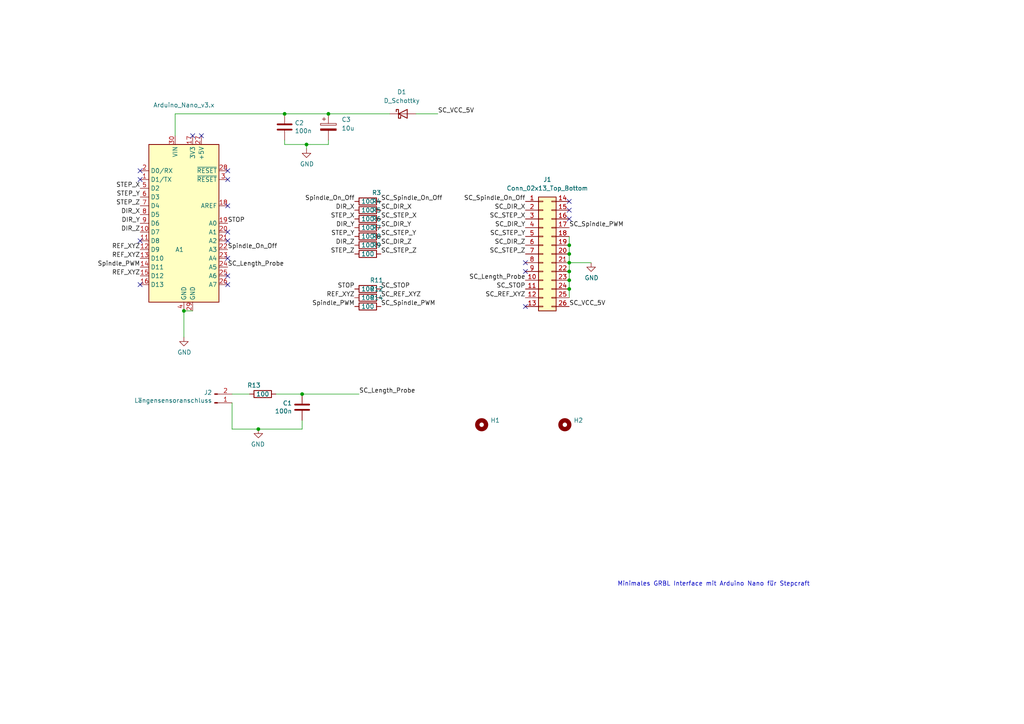
<source format=kicad_sch>
(kicad_sch (version 20230121) (generator eeschema)
  (paper "A4")
  (lib_symbols
    (symbol "Connector:Conn_01x02_Male" (pin_names (offset 1.016) hide)
      (property "Reference" "J" (at 0 2.54 0))
      (property "Value" "Conn_01x02_Male" (at 0 -5.08 0))
      (symbol "Conn_01x02_Male_1_1"
        (polyline (pts (xy 1.27 -2.54) (xy 0.8636 -2.54)) (stroke (width 0.1524)))
        (polyline (pts (xy 1.27 0) (xy 0.8636 0)) (stroke (width 0.1524)))
        (rectangle (start 0.8636 -2.413) (end 0 -2.667) (stroke (width 0.1524)) (fill (type outline)))
        (rectangle (start 0.8636 0.127) (end 0 -0.127) (stroke (width 0.1524)) (fill (type outline)))
        (pin passive line (at 5.08 0 180) (length 3.81) (name "Pin_1") (number "1"))
        (pin passive line (at 5.08 -2.54 180) (length 3.81) (name "Pin_2") (number "2"))
      )
    )
    (symbol "Connector_Generic:Conn_02x13_Top_Bottom" (pin_names (offset 1.016) hide)
      (property "Reference" "J" (at 1.27 17.78 0))
      (property "Value" "Conn_02x13_Top_Bottom" (at 1.27 -17.78 0))
      (symbol "Conn_02x13_Top_Bottom_1_1"
        (rectangle (start -1.27 -15.113) (end 0 -15.367) (stroke (width 0.1524)))
        (rectangle (start -1.27 -12.573) (end 0 -12.827) (stroke (width 0.1524)))
        (rectangle (start -1.27 -10.033) (end 0 -10.287) (stroke (width 0.1524)))
        (rectangle (start -1.27 -7.493) (end 0 -7.747) (stroke (width 0.1524)))
        (rectangle (start -1.27 -4.953) (end 0 -5.207) (stroke (width 0.1524)))
        (rectangle (start -1.27 -2.413) (end 0 -2.667) (stroke (width 0.1524)))
        (rectangle (start -1.27 0.127) (end 0 -0.127) (stroke (width 0.1524)))
        (rectangle (start -1.27 2.667) (end 0 2.413) (stroke (width 0.1524)))
        (rectangle (start -1.27 5.207) (end 0 4.953) (stroke (width 0.1524)))
        (rectangle (start -1.27 7.747) (end 0 7.493) (stroke (width 0.1524)))
        (rectangle (start -1.27 10.287) (end 0 10.033) (stroke (width 0.1524)))
        (rectangle (start -1.27 12.827) (end 0 12.573) (stroke (width 0.1524)))
        (rectangle (start -1.27 15.367) (end 0 15.113) (stroke (width 0.1524)))
        (rectangle (start -1.27 16.51) (end 3.81 -16.51) (stroke (width 0.254)) (fill (type background)))
        (rectangle (start 3.81 -15.113) (end 2.54 -15.367) (stroke (width 0.1524)))
        (rectangle (start 3.81 -12.573) (end 2.54 -12.827) (stroke (width 0.1524)))
        (rectangle (start 3.81 -10.033) (end 2.54 -10.287) (stroke (width 0.1524)))
        (rectangle (start 3.81 -7.493) (end 2.54 -7.747) (stroke (width 0.1524)))
        (rectangle (start 3.81 -4.953) (end 2.54 -5.207) (stroke (width 0.1524)))
        (rectangle (start 3.81 -2.413) (end 2.54 -2.667) (stroke (width 0.1524)))
        (rectangle (start 3.81 0.127) (end 2.54 -0.127) (stroke (width 0.1524)))
        (rectangle (start 3.81 2.667) (end 2.54 2.413) (stroke (width 0.1524)))
        (rectangle (start 3.81 5.207) (end 2.54 4.953) (stroke (width 0.1524)))
        (rectangle (start 3.81 7.747) (end 2.54 7.493) (stroke (width 0.1524)))
        (rectangle (start 3.81 10.287) (end 2.54 10.033) (stroke (width 0.1524)))
        (rectangle (start 3.81 12.827) (end 2.54 12.573) (stroke (width 0.1524)))
        (rectangle (start 3.81 15.367) (end 2.54 15.113) (stroke (width 0.1524)))
        (pin passive line (at -5.08 15.24 0) (length 3.81) (name "Pin_1") (number "1"))
        (pin passive line (at -5.08 -7.62 0) (length 3.81) (name "Pin_10") (number "10"))
        (pin passive line (at -5.08 -10.16 0) (length 3.81) (name "Pin_11") (number "11"))
        (pin passive line (at -5.08 -12.7 0) (length 3.81) (name "Pin_12") (number "12"))
        (pin passive line (at -5.08 -15.24 0) (length 3.81) (name "Pin_13") (number "13"))
        (pin passive line (at 7.62 15.24 180) (length 3.81) (name "Pin_14") (number "14"))
        (pin passive line (at 7.62 12.7 180) (length 3.81) (name "Pin_15") (number "15"))
        (pin passive line (at 7.62 10.16 180) (length 3.81) (name "Pin_16") (number "16"))
        (pin passive line (at 7.62 7.62 180) (length 3.81) (name "Pin_17") (number "17"))
        (pin passive line (at 7.62 5.08 180) (length 3.81) (name "Pin_18") (number "18"))
        (pin passive line (at 7.62 2.54 180) (length 3.81) (name "Pin_19") (number "19"))
        (pin passive line (at -5.08 12.7 0) (length 3.81) (name "Pin_2") (number "2"))
        (pin passive line (at 7.62 0 180) (length 3.81) (name "Pin_20") (number "20"))
        (pin passive line (at 7.62 -2.54 180) (length 3.81) (name "Pin_21") (number "21"))
        (pin passive line (at 7.62 -5.08 180) (length 3.81) (name "Pin_22") (number "22"))
        (pin passive line (at 7.62 -7.62 180) (length 3.81) (name "Pin_23") (number "23"))
        (pin passive line (at 7.62 -10.16 180) (length 3.81) (name "Pin_24") (number "24"))
        (pin passive line (at 7.62 -12.7 180) (length 3.81) (name "Pin_25") (number "25"))
        (pin passive line (at 7.62 -15.24 180) (length 3.81) (name "Pin_26") (number "26"))
        (pin passive line (at -5.08 10.16 0) (length 3.81) (name "Pin_3") (number "3"))
        (pin passive line (at -5.08 7.62 0) (length 3.81) (name "Pin_4") (number "4"))
        (pin passive line (at -5.08 5.08 0) (length 3.81) (name "Pin_5") (number "5"))
        (pin passive line (at -5.08 2.54 0) (length 3.81) (name "Pin_6") (number "6"))
        (pin passive line (at -5.08 0 0) (length 3.81) (name "Pin_7") (number "7"))
        (pin passive line (at -5.08 -2.54 0) (length 3.81) (name "Pin_8") (number "8"))
        (pin passive line (at -5.08 -5.08 0) (length 3.81) (name "Pin_9") (number "9"))
      )
    )
    (symbol "Device:C" (pin_numbers hide) (pin_names (offset 0.254))
      (property "Reference" "C" (at 0.635 2.54 0))
      (property "Value" "C" (at 0.635 -2.54 0))
      (symbol "C_0_1"
        (polyline (pts (xy -2.032 -0.762) (xy 2.032 -0.762)) (stroke (width 0.508)))
        (polyline (pts (xy -2.032 0.762) (xy 2.032 0.762)) (stroke (width 0.508)))
      )
      (symbol "C_1_1"
        (pin passive line (at 0 3.81 270) (length 2.794) (name "~") (number "1"))
        (pin passive line (at 0 -3.81 90) (length 2.794) (name "~") (number "2"))
      )
    )
    (symbol "Device:C_Polarized" (pin_numbers hide) (pin_names (offset 0.254))
      (property "Reference" "C" (at 0.635 2.54 0))
      (property "Value" "C_Polarized" (at 0.635 -2.54 0))
      (symbol "C_Polarized_0_1"
        (rectangle (start -2.286 0.508) (end 2.286 1.016))
        (polyline (pts (xy -1.778 2.286) (xy -0.762 2.286)))
        (polyline (pts (xy -1.27 2.794) (xy -1.27 1.778)))
        (rectangle (start 2.286 -0.508) (end -2.286 -1.016) (fill (type outline)))
      )
      (symbol "C_Polarized_1_1"
        (pin passive line (at 0 3.81 270) (length 2.794) (name "~") (number "1"))
        (pin passive line (at 0 -3.81 90) (length 2.794) (name "~") (number "2"))
      )
    )
    (symbol "Device:D_Schottky" (pin_numbers hide) (pin_names (offset 1.016) hide)
      (property "Reference" "D" (at 0 2.54 0))
      (property "Value" "D_Schottky" (at 0 -2.54 0))
      (symbol "D_Schottky_0_1"
        (polyline (pts (xy 1.27 0) (xy -1.27 0)))
        (polyline (pts (xy 1.27 1.27) (xy 1.27 -1.27) (xy -1.27 0) (xy 1.27 1.27)) (stroke (width 0.254)))
        (polyline (pts (xy -1.905 0.635) (xy -1.905 1.27) (xy -1.27 1.27) (xy -1.27 -1.27) (xy -0.635 -1.27) (xy -0.635 -0.635)) (stroke (width 0.254)))
      )
      (symbol "D_Schottky_1_1"
        (pin passive line (at -3.81 0 0) (length 2.54) (name "K") (number "1"))
        (pin passive line (at 3.81 0 180) (length 2.54) (name "A") (number "2"))
      )
    )
    (symbol "Device:R" (pin_numbers hide) (pin_names (offset 0))
      (property "Reference" "R" (at 2.032 0 90))
      (property "Value" "R" (at 0 0 90))
      (symbol "R_0_1"
        (rectangle (start -1.016 -2.54) (end 1.016 2.54) (stroke (width 0.254)))
      )
      (symbol "R_1_1"
        (pin passive line (at 0 3.81 270) (length 1.27) (name "~") (number "1"))
        (pin passive line (at 0 -3.81 90) (length 1.27) (name "~") (number "2"))
      )
    )
    (symbol "MCU_Module:Arduino_Nano_v3.x"
      (property "Reference" "A" (at -10.16 23.495 0))
      (property "Value" "Arduino_Nano_v3.x" (at 5.08 -24.13 0))
      (symbol "Arduino_Nano_v3.x_0_1"
        (rectangle (start -10.16 22.86) (end 10.16 -22.86) (stroke (width 0.254)) (fill (type background)))
      )
      (symbol "Arduino_Nano_v3.x_1_1"
        (pin bidirectional line (at -12.7 12.7 0) (length 2.54) (name "D1/TX") (number "1"))
        (pin bidirectional line (at -12.7 -2.54 0) (length 2.54) (name "D7") (number "10"))
        (pin bidirectional line (at -12.7 -5.08 0) (length 2.54) (name "D8") (number "11"))
        (pin bidirectional line (at -12.7 -7.62 0) (length 2.54) (name "D9") (number "12"))
        (pin bidirectional line (at -12.7 -10.16 0) (length 2.54) (name "D10") (number "13"))
        (pin bidirectional line (at -12.7 -12.7 0) (length 2.54) (name "D11") (number "14"))
        (pin bidirectional line (at -12.7 -15.24 0) (length 2.54) (name "D12") (number "15"))
        (pin bidirectional line (at -12.7 -17.78 0) (length 2.54) (name "D13") (number "16"))
        (pin power_out line (at 2.54 25.4 270) (length 2.54) (name "3V3") (number "17"))
        (pin input line (at 12.7 5.08 180) (length 2.54) (name "AREF") (number "18"))
        (pin bidirectional line (at 12.7 0 180) (length 2.54) (name "A0") (number "19"))
        (pin bidirectional line (at -12.7 15.24 0) (length 2.54) (name "D0/RX") (number "2"))
        (pin bidirectional line (at 12.7 -2.54 180) (length 2.54) (name "A1") (number "20"))
        (pin bidirectional line (at 12.7 -5.08 180) (length 2.54) (name "A2") (number "21"))
        (pin bidirectional line (at 12.7 -7.62 180) (length 2.54) (name "A3") (number "22"))
        (pin bidirectional line (at 12.7 -10.16 180) (length 2.54) (name "A4") (number "23"))
        (pin bidirectional line (at 12.7 -12.7 180) (length 2.54) (name "A5") (number "24"))
        (pin bidirectional line (at 12.7 -15.24 180) (length 2.54) (name "A6") (number "25"))
        (pin bidirectional line (at 12.7 -17.78 180) (length 2.54) (name "A7") (number "26"))
        (pin power_out line (at 5.08 25.4 270) (length 2.54) (name "+5V") (number "27"))
        (pin input line (at 12.7 15.24 180) (length 2.54) (name "~{RESET}") (number "28"))
        (pin power_in line (at 2.54 -25.4 90) (length 2.54) (name "GND") (number "29"))
        (pin input line (at 12.7 12.7 180) (length 2.54) (name "~{RESET}") (number "3"))
        (pin power_in line (at -2.54 25.4 270) (length 2.54) (name "VIN") (number "30"))
        (pin power_in line (at 0 -25.4 90) (length 2.54) (name "GND") (number "4"))
        (pin bidirectional line (at -12.7 10.16 0) (length 2.54) (name "D2") (number "5"))
        (pin bidirectional line (at -12.7 7.62 0) (length 2.54) (name "D3") (number "6"))
        (pin bidirectional line (at -12.7 5.08 0) (length 2.54) (name "D4") (number "7"))
        (pin bidirectional line (at -12.7 2.54 0) (length 2.54) (name "D5") (number "8"))
        (pin bidirectional line (at -12.7 0 0) (length 2.54) (name "D6") (number "9"))
      )
    )
    (symbol "Mechanical:MountingHole" (pin_names (offset 1.016))
      (property "Reference" "H" (at 0 5.08 0))
      (property "Value" "MountingHole" (at 0 3.175 0))
      (symbol "MountingHole_0_1"
        (circle (center 0 0) (radius 1.27) (stroke (width 1.27)))
      )
    )
    (symbol "power:GND" (power) (pin_names (offset 0))
      (property "Value" "GND" (at 0 -3.81 0))
      (symbol "GND_0_1"
        (polyline (pts (xy 0 0) (xy 0 -1.27) (xy 1.27 -1.27) (xy 0 -2.54) (xy -1.27 -1.27) (xy 0 -1.27)))
      )
      (symbol "GND_1_1"
        (pin power_in line (at 0 0 270) (length 0) hide (name "GND") (number "1"))
      )
    )
  )
  (junction (at 165.1 83.82))
  (junction (at 165.1 78.74))
  (junction (at 82.55 33.02))
  (junction (at 165.1 76.2))
  (junction (at 165.1 81.28))
  (junction (at 95.25 33.02))
  (junction (at 87.63 114.3))
  (junction (at 165.1 73.66))
  (junction (at 88.9 41.91))
  (junction (at 53.34 90.17))
  (junction (at 74.93 124.46))
  (junction (at 165.1 71.12))
  (no_connect (at 66.04 49.53))
  (no_connect (at 40.64 69.85))
  (no_connect (at 165.1 60.96))
  (no_connect (at 40.64 49.53))
  (no_connect (at 66.04 74.93))
  (no_connect (at 165.1 58.42))
  (no_connect (at 152.4 78.74))
  (no_connect (at 40.64 82.55))
  (no_connect (at 66.04 52.07))
  (no_connect (at 66.04 59.69))
  (no_connect (at 66.04 67.31))
  (no_connect (at 40.64 52.07))
  (no_connect (at 66.04 69.85))
  (no_connect (at 66.04 80.01))
  (no_connect (at 55.88 39.37))
  (no_connect (at 58.42 39.37))
  (no_connect (at 165.1 63.5))
  (no_connect (at 66.04 82.55))
  (no_connect (at 152.4 88.9))
  (no_connect (at 152.4 76.2))
  (wire (pts (xy 82.55 40.64) (xy 82.55 41.91)))
  (wire (pts (xy 165.1 73.66) (xy 165.1 76.2)))
  (wire (pts (xy 53.34 90.17) (xy 53.34 97.79)))
  (wire (pts (xy 82.55 33.02) (xy 95.25 33.02)))
  (wire (pts (xy 67.31 124.46) (xy 74.93 124.46)))
  (wire (pts (xy 88.9 41.91) (xy 88.9 43.18)))
  (wire (pts (xy 67.31 116.84) (xy 67.31 124.46)))
  (wire (pts (xy 165.1 81.28) (xy 165.1 83.82)))
  (wire (pts (xy 165.1 76.2) (xy 165.1 78.74)))
  (wire (pts (xy 165.1 78.74) (xy 165.1 81.28)))
  (wire (pts (xy 120.65 33.02) (xy 127 33.02)))
  (wire (pts (xy 95.25 41.91) (xy 88.9 41.91)))
  (wire (pts (xy 165.1 68.58) (xy 165.1 71.12)))
  (wire (pts (xy 82.55 41.91) (xy 88.9 41.91)))
  (wire (pts (xy 95.25 33.02) (xy 113.03 33.02)))
  (wire (pts (xy 87.63 114.3) (xy 80.01 114.3)))
  (wire (pts (xy 165.1 83.82) (xy 165.1 86.36)))
  (wire (pts (xy 171.45 76.2) (xy 165.1 76.2)))
  (wire (pts (xy 53.34 90.17) (xy 55.88 90.17)))
  (wire (pts (xy 104.14 114.3) (xy 87.63 114.3)))
  (wire (pts (xy 87.63 121.92) (xy 87.63 124.46)))
  (wire (pts (xy 87.63 124.46) (xy 74.93 124.46)))
  (wire (pts (xy 72.39 114.3) (xy 67.31 114.3)))
  (wire (pts (xy 165.1 71.12) (xy 165.1 73.66)))
  (wire (pts (xy 95.25 40.64) (xy 95.25 41.91)))
  (wire (pts (xy 50.8 33.02) (xy 50.8 39.37)))
  (wire (pts (xy 82.55 33.02) (xy 50.8 33.02)))
  (text "Minimales GRBL Interface mit Arduino Nano für Stepcraft" (at 179.07 170.18 0) (effects (font (size 1.27 1.27)) (justify left bottom)))
  (label "DIR_X" (at 40.64 62.23 180))
  (label "SC_Spindle_PWM" (at 165.1 66.04 0))
  (label "SC_DIR_Y" (at 110.49 66.04 0))
  (label "SC_STEP_Y" (at 152.4 68.58 180))
  (label "SC_STEP_Y" (at 110.49 68.58 0))
  (label "Spindle_On_Off" (at 102.87 58.42 180))
  (label "SC_DIR_Z" (at 110.49 71.12 0))
  (label "STEP_Y" (at 40.64 57.15 180))
  (label "STOP" (at 66.04 64.77 0))
  (label "SC_STEP_Z" (at 152.4 73.66 180))
  (label "Spindle_PWM" (at 102.87 88.9 180))
  (label "Spindle_PWM" (at 40.64 77.47 180))
  (label "STOP" (at 102.87 83.82 180))
  (label "STEP_Z" (at 102.87 73.66 180))
  (label "SC_VCC_5V" (at 165.1 88.9 0))
  (label "DIR_Y" (at 40.64 64.77 180))
  (label "SC_DIR_Z" (at 152.4 71.12 180))
  (label "SC_Length_Probe" (at 152.4 81.28 180))
  (label "SC_Spindle_On_Off" (at 152.4 58.42 180))
  (label "REF_XYZ" (at 40.64 74.93 180))
  (label "STEP_X" (at 102.87 63.5 180))
  (label "DIR_Z" (at 102.87 71.12 180))
  (label "SC_Spindle_PWM" (at 110.49 88.9 0))
  (label "SC_STOP" (at 152.4 83.82 180))
  (label "SC_DIR_X" (at 110.49 60.96 0))
  (label "DIR_Y" (at 102.87 66.04 180))
  (label "SC_REF_XYZ" (at 110.49 86.36 0))
  (label "SC_Length_Probe" (at 104.14 114.3 0))
  (label "SC_VCC_5V" (at 127 33.02 0))
  (label "STEP_Y" (at 102.87 68.58 180))
  (label "STEP_Z" (at 40.64 59.69 180))
  (label "DIR_X" (at 102.87 60.96 180))
  (label "REF_XYZ" (at 40.64 72.39 180))
  (label "SC_STOP" (at 110.49 83.82 0))
  (label "SC_STEP_X" (at 152.4 63.5 180))
  (label "STEP_X" (at 40.64 54.61 180))
  (label "REF_XYZ" (at 102.87 86.36 180))
  (label "DIR_Z" (at 40.64 67.31 180))
  (label "SC_Spindle_On_Off" (at 110.49 58.42 0))
  (label "REF_XYZ" (at 40.64 80.01 180))
  (label "SC_STEP_Z" (at 110.49 73.66 0))
  (label "SC_REF_XYZ" (at 152.4 86.36 180))
  (label "SC_DIR_X" (at 152.4 60.96 180))
  (label "Spindle_On_Off" (at 66.04 72.39 0))
  (label "SC_STEP_X" (at 110.49 63.5 0))
  (label "SC_Length_Probe" (at 66.04 77.47 0))
  (label "SC_DIR_Y" (at 152.4 66.04 180))
  (symbol (lib_id "MCU_Module:Arduino_Nano_v3.x") (at 53.34 64.77 0) (unit 1)
    (property "Reference" "A1" (at 52.07 72.39 0))
    (property "Value" "Arduino_Nano_v3.x" (at 53.34 30.48 0))
    (property "Footprint" "Module:Arduino_Nano" (effects hide))
    (property "Datasheet" "http://www.mouser.com/pdfdocs/Gravitech_Arduino_Nano3_0.pdf" (effects hide))
  )
  (symbol (lib_id "Connector:Conn_01x02_Male") (at 62.23 116.84 0) (mirror x) (unit 1)
    (property "Reference" "J2" (at 61.5188 113.8428 0) (effects (justify right)))
    (property "Value" "Längensensoranschluss" (at 61.5188 116.1542 0) (effects (justify right)))
    (property "Footprint" "Connector_Molex:Molex_SL_171971-0002_1x02_P2.54mm_Vertical" (effects hide))
  )
  (symbol (lib_id "Device:C") (at 87.63 118.11 0) (mirror y) (unit 1)
    (property "Reference" "C1" (at 84.709 116.9416 0) (effects (justify left)))
    (property "Value" "100n" (at 84.709 119.253 0) (effects (justify left)))
    (property "Footprint" "Capacitor_THT:C_Axial_L3.8mm_D2.6mm_P7.50mm_Horizontal" (effects hide))
  )
  (symbol (lib_id "Device:R") (at 106.68 58.42 270) (unit 1)
    (property "Reference" "R3" (at 109.22 55.88 90))
    (property "Value" "100" (at 106.68 58.42 90))
    (property "Footprint" "Resistor_THT:R_Axial_DIN0207_L6.3mm_D2.5mm_P10.16mm_Horizontal" (effects hide))
  )
  (symbol (lib_id "Device:R") (at 106.68 60.96 270) (unit 1)
    (property "Reference" "R4" (at 109.22 58.42 90))
    (property "Value" "100" (at 106.68 60.96 90))
    (property "Footprint" "Resistor_THT:R_Axial_DIN0207_L6.3mm_D2.5mm_P10.16mm_Horizontal" (effects hide))
  )
  (symbol (lib_id "Device:R") (at 106.68 63.5 270) (unit 1)
    (property "Reference" "R5" (at 109.22 60.96 90))
    (property "Value" "100" (at 106.68 63.5 90))
    (property "Footprint" "Resistor_THT:R_Axial_DIN0207_L6.3mm_D2.5mm_P10.16mm_Horizontal" (effects hide))
  )
  (symbol (lib_id "Device:R") (at 106.68 66.04 270) (unit 1)
    (property "Reference" "R6" (at 109.22 63.5 90))
    (property "Value" "100" (at 106.68 66.04 90))
    (property "Footprint" "Resistor_THT:R_Axial_DIN0207_L6.3mm_D2.5mm_P10.16mm_Horizontal" (effects hide))
  )
  (symbol (lib_id "Device:R") (at 106.68 68.58 270) (unit 1)
    (property "Reference" "R7" (at 109.22 66.04 90))
    (property "Value" "100" (at 106.68 68.58 90))
    (property "Footprint" "Resistor_THT:R_Axial_DIN0207_L6.3mm_D2.5mm_P10.16mm_Horizontal" (effects hide))
  )
  (symbol (lib_id "Device:R") (at 106.68 71.12 270) (unit 1)
    (property "Reference" "R8" (at 109.22 68.58 90))
    (property "Value" "100" (at 106.68 71.12 90))
    (property "Footprint" "Resistor_THT:R_Axial_DIN0207_L6.3mm_D2.5mm_P10.16mm_Horizontal" (effects hide))
  )
  (symbol (lib_id "Device:R") (at 106.68 73.66 270) (unit 1)
    (property "Reference" "R9" (at 109.22 71.12 90))
    (property "Value" "100" (at 106.68 73.66 90))
    (property "Footprint" "Resistor_THT:R_Axial_DIN0207_L6.3mm_D2.5mm_P10.16mm_Horizontal" (effects hide))
  )
  (symbol (lib_id "Device:R") (at 106.68 83.82 270) (unit 1)
    (property "Reference" "R11" (at 109.22 81.28 90))
    (property "Value" "100" (at 106.68 83.82 90))
    (property "Footprint" "Resistor_THT:R_Axial_DIN0207_L6.3mm_D2.5mm_P10.16mm_Horizontal" (effects hide))
  )
  (symbol (lib_id "Device:R") (at 106.68 86.36 270) (unit 1)
    (property "Reference" "R12" (at 109.22 83.82 90))
    (property "Value" "100" (at 106.68 86.36 90))
    (property "Footprint" "Resistor_THT:R_Axial_DIN0207_L6.3mm_D2.5mm_P10.16mm_Horizontal" (effects hide))
  )
  (symbol (lib_id "Device:R") (at 76.2 114.3 90) (mirror x) (unit 1)
    (property "Reference" "R13" (at 73.66 111.76 90))
    (property "Value" "100" (at 76.2 114.3 90))
    (property "Footprint" "Resistor_THT:R_Axial_DIN0207_L6.3mm_D2.5mm_P10.16mm_Horizontal" (effects hide))
  )
  (symbol (lib_id "power:GND") (at 74.93 124.46 0) (mirror y) (unit 1)
    (property "Reference" "#PWR0102" (effects hide))
    (property "Value" "GND" (at 74.803 128.8542 0))
  )
  (symbol (lib_id "power:GND") (at 53.34 97.79 0) (unit 1)
    (property "Reference" "#PWR0104" (effects hide))
    (property "Value" "GND" (at 53.467 102.1842 0))
  )
  (symbol (lib_id "power:GND") (at 171.45 76.2 0) (unit 1)
    (property "Reference" "#PWR0101" (effects hide))
    (property "Value" "GND" (at 171.577 80.5942 0))
  )
  (symbol (lib_id "Device:R") (at 106.68 88.9 270) (unit 1)
    (property "Reference" "R14" (at 109.22 86.36 90))
    (property "Value" "100" (at 106.68 88.9 90))
    (property "Footprint" "Resistor_THT:R_Axial_DIN0207_L6.3mm_D2.5mm_P10.16mm_Horizontal" (effects hide))
  )
  (symbol (lib_id "Mechanical:MountingHole") (at 139.7 123.19 0) (unit 1)
    (property "Reference" "H1" (at 142.24 121.9199 0) (effects (justify left)))
    (property "Value" "MountingHole" (effects hide))
    (property "Footprint" "MountingHole:MountingHole_3.2mm_M3" (effects hide))
  )
  (symbol (lib_id "Mechanical:MountingHole") (at 163.83 123.19 0) (unit 1)
    (property "Reference" "H2" (at 166.37 121.9199 0) (effects (justify left)))
    (property "Value" "MountingHole" (effects hide))
    (property "Footprint" "MountingHole:MountingHole_3.2mm_M3" (effects hide))
  )
  (symbol (lib_id "Device:C_Polarized") (at 95.25 36.83 0) (unit 1)
    (property "Reference" "C3" (at 99.06 34.6709 0) (effects (justify left)))
    (property "Value" "10u" (at 99.06 37.2109 0) (effects (justify left)))
    (property "Footprint" "Capacitor_THT:CP_Radial_D8.0mm_P2.50mm" (effects hide))
  )
  (symbol (lib_id "Connector_Generic:Conn_02x13_Top_Bottom") (at 157.48 73.66 0) (unit 1)
    (property "Reference" "J1" (at 158.75 52.07 0))
    (property "Value" "Conn_02x13_Top_Bottom" (at 158.75 54.61 0))
    (property "Footprint" "Connector_PinHeader_2.54mm:PinHeader_2x13_P2.54mm_Horizontal_top_bootom" (effects hide))
  )
  (symbol (lib_id "Device:D_Schottky") (at 116.84 33.02 0) (unit 1)
    (property "Reference" "D1" (at 116.5225 26.67 0))
    (property "Value" "D_Schottky" (at 116.5225 29.21 0))
    (property "Footprint" "Diode_THT:D_DO-15_P10.16mm_Horizontal" (effects hide))
  )
  (symbol (lib_id "power:GND") (at 88.9 43.18 0) (unit 1)
    (property "Reference" "#PWR0103" (effects hide))
    (property "Value" "GND" (at 89.027 47.5742 0))
  )
  (symbol (lib_id "Device:C") (at 82.55 36.83 0) (unit 1)
    (property "Reference" "C2" (at 85.471 35.6616 0) (effects (justify left)))
    (property "Value" "100n" (at 85.471 37.973 0) (effects (justify left)))
    (property "Footprint" "Capacitor_THT:C_Axial_L3.8mm_D2.6mm_P7.50mm_Horizontal" (effects hide))
  )
)
</source>
